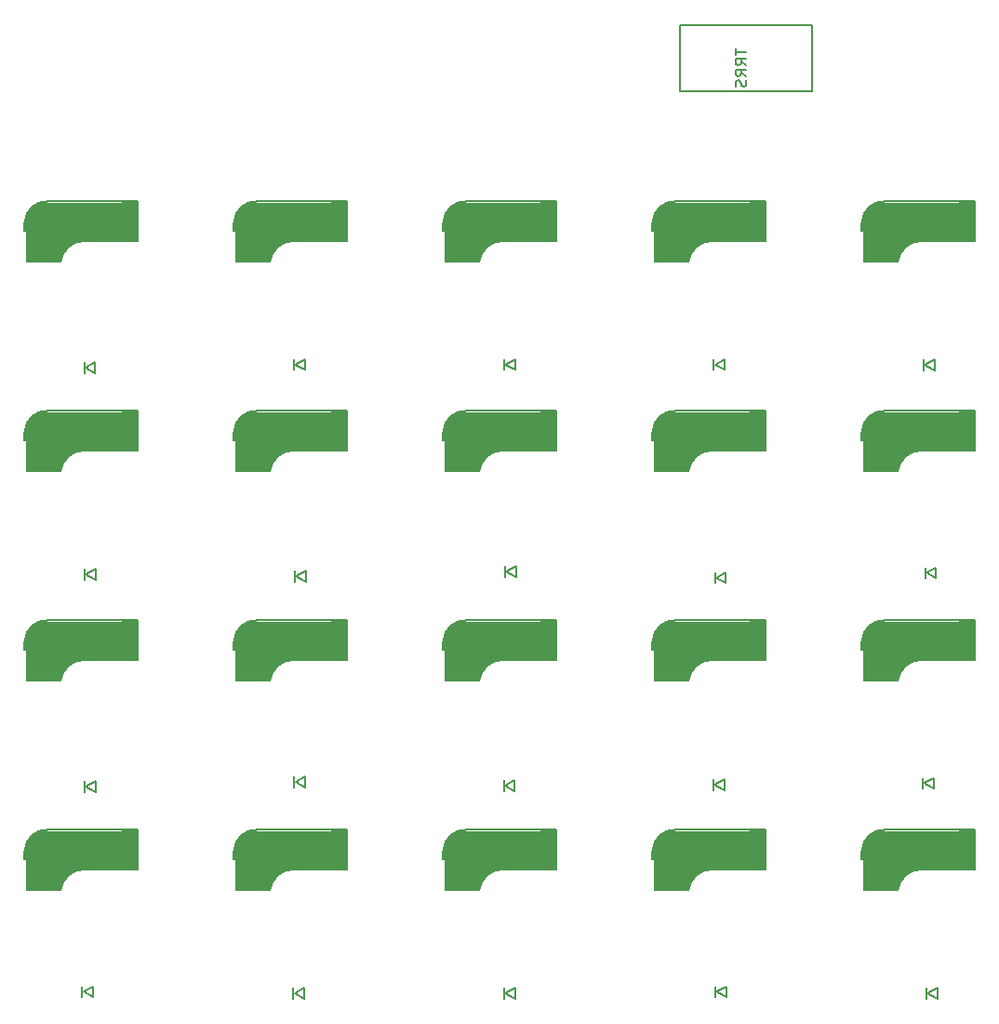
<source format=gbr>
%TF.GenerationSoftware,KiCad,Pcbnew,7.0.1-0*%
%TF.CreationDate,2023-09-06T07:02:58+09:00*%
%TF.ProjectId,jisaku20rp_right,6a697361-6b75-4323-9072-705f72696768,rev?*%
%TF.SameCoordinates,Original*%
%TF.FileFunction,Legend,Bot*%
%TF.FilePolarity,Positive*%
%FSLAX46Y46*%
G04 Gerber Fmt 4.6, Leading zero omitted, Abs format (unit mm)*
G04 Created by KiCad (PCBNEW 7.0.1-0) date 2023-09-06 07:02:58*
%MOMM*%
%LPD*%
G01*
G04 APERTURE LIST*
%ADD10C,0.150000*%
%ADD11C,0.300000*%
%ADD12C,0.500000*%
%ADD13C,0.800000*%
%ADD14C,3.000000*%
%ADD15C,3.500000*%
%ADD16C,1.000000*%
%ADD17C,0.400000*%
G04 APERTURE END LIST*
D10*
%TO.C,J1*%
X58789119Y20477404D02*
X58789119Y19905976D01*
X59789119Y20191690D02*
X58789119Y20191690D01*
X59789119Y19001214D02*
X59312928Y19334547D01*
X59789119Y19572642D02*
X58789119Y19572642D01*
X58789119Y19572642D02*
X58789119Y19191690D01*
X58789119Y19191690D02*
X58836738Y19096452D01*
X58836738Y19096452D02*
X58884357Y19048833D01*
X58884357Y19048833D02*
X58979595Y19001214D01*
X58979595Y19001214D02*
X59122452Y19001214D01*
X59122452Y19001214D02*
X59217690Y19048833D01*
X59217690Y19048833D02*
X59265309Y19096452D01*
X59265309Y19096452D02*
X59312928Y19191690D01*
X59312928Y19191690D02*
X59312928Y19572642D01*
X59789119Y18001214D02*
X59312928Y18334547D01*
X59789119Y18572642D02*
X58789119Y18572642D01*
X58789119Y18572642D02*
X58789119Y18191690D01*
X58789119Y18191690D02*
X58836738Y18096452D01*
X58836738Y18096452D02*
X58884357Y18048833D01*
X58884357Y18048833D02*
X58979595Y18001214D01*
X58979595Y18001214D02*
X59122452Y18001214D01*
X59122452Y18001214D02*
X59217690Y18048833D01*
X59217690Y18048833D02*
X59265309Y18096452D01*
X59265309Y18096452D02*
X59312928Y18191690D01*
X59312928Y18191690D02*
X59312928Y18572642D01*
X59741500Y17620261D02*
X59789119Y17477404D01*
X59789119Y17477404D02*
X59789119Y17239309D01*
X59789119Y17239309D02*
X59741500Y17144071D01*
X59741500Y17144071D02*
X59693880Y17096452D01*
X59693880Y17096452D02*
X59598642Y17048833D01*
X59598642Y17048833D02*
X59503404Y17048833D01*
X59503404Y17048833D02*
X59408166Y17096452D01*
X59408166Y17096452D02*
X59360547Y17144071D01*
X59360547Y17144071D02*
X59312928Y17239309D01*
X59312928Y17239309D02*
X59265309Y17429785D01*
X59265309Y17429785D02*
X59217690Y17525023D01*
X59217690Y17525023D02*
X59170071Y17572642D01*
X59170071Y17572642D02*
X59074833Y17620261D01*
X59074833Y17620261D02*
X58979595Y17620261D01*
X58979595Y17620261D02*
X58884357Y17572642D01*
X58884357Y17572642D02*
X58836738Y17525023D01*
X58836738Y17525023D02*
X58789119Y17429785D01*
X58789119Y17429785D02*
X58789119Y17191690D01*
X58789119Y17191690D02*
X58836738Y17048833D01*
X65740000Y22640000D02*
X65740000Y16640000D01*
X53740000Y22640000D02*
X65740000Y22640000D01*
X65740000Y16640000D02*
X53740000Y16640000D01*
X53740000Y16640000D02*
X53740000Y22640000D01*
%TO.C,SW15*%
X70300000Y-33400000D02*
X70300000Y-34150000D01*
X70300000Y-34150000D02*
X70500000Y-34150000D01*
D11*
X70400000Y-34050000D02*
X70400000Y-33400000D01*
D10*
X70550000Y-32550000D02*
X70550000Y-37000000D01*
X70550000Y-37000000D02*
X73580000Y-37000000D01*
D12*
X70750000Y-36800000D02*
X73200000Y-36800000D01*
D13*
X70900000Y-36500000D02*
X70900000Y-34700001D01*
D14*
X72030000Y-33000000D02*
X72030000Y-35240000D01*
D10*
X75800000Y-35100000D02*
X80600000Y-35100000D01*
D15*
X78800000Y-33300000D02*
X72100000Y-33300000D01*
D16*
X80100000Y-32100000D02*
X80100000Y-34600000D01*
D12*
X80400000Y-34850000D02*
X79100000Y-34800000D01*
D17*
X80450000Y-31700000D02*
X79200000Y-31700000D01*
D10*
X80580000Y-34100000D02*
X80580000Y-31850000D01*
X80600000Y-31500000D02*
X72399999Y-31500000D01*
X80600000Y-35100000D02*
X80600000Y-31500000D01*
X72399999Y-31499999D02*
G75*
G03*
X70300000Y-33400001I-100000J-1999999D01*
G01*
D16*
X75400000Y-34700000D02*
G75*
G03*
X73183682Y-36578529I-65001J-2169999D01*
G01*
D10*
X75800000Y-35100000D02*
G75*
G03*
X73583682Y-36978529I-65001J-2169999D01*
G01*
%TO.C,SW1*%
X-5900000Y4700000D02*
X-5900000Y3950000D01*
X-5900000Y3950000D02*
X-5700000Y3950000D01*
D11*
X-5800000Y4050000D02*
X-5800000Y4700000D01*
D10*
X-5650000Y5550000D02*
X-5650000Y1100000D01*
X-5650000Y1100000D02*
X-2620000Y1100000D01*
D12*
X-5450000Y1300000D02*
X-3000000Y1300000D01*
D13*
X-5300000Y1600000D02*
X-5300000Y3399999D01*
D14*
X-4170000Y5100000D02*
X-4170000Y2860000D01*
D10*
X-400000Y3000000D02*
X4400000Y3000000D01*
D15*
X2600000Y4800000D02*
X-4100000Y4800000D01*
D16*
X3900000Y6000000D02*
X3900000Y3500000D01*
D12*
X4200000Y3250000D02*
X2900000Y3300000D01*
D17*
X4250000Y6400000D02*
X3000000Y6400000D01*
D10*
X4380000Y4000000D02*
X4380000Y6250000D01*
X4400000Y6600000D02*
X-3800001Y6600000D01*
X4400000Y3000000D02*
X4400000Y6600000D01*
X-3800001Y6600001D02*
G75*
G03*
X-5900000Y4699999I-100000J-1999999D01*
G01*
D16*
X-800000Y3400000D02*
G75*
G03*
X-3016318Y1521471I-65001J-2169999D01*
G01*
D10*
X-400000Y3000000D02*
G75*
G03*
X-2616318Y1121471I-65001J-2169999D01*
G01*
%TO.C,SW14*%
X51250000Y-33400000D02*
X51250000Y-34150000D01*
X51250000Y-34150000D02*
X51450000Y-34150000D01*
D11*
X51350000Y-34050000D02*
X51350000Y-33400000D01*
D10*
X51500000Y-32550000D02*
X51500000Y-37000000D01*
X51500000Y-37000000D02*
X54530000Y-37000000D01*
D12*
X51700000Y-36800000D02*
X54150000Y-36800000D01*
D13*
X51850000Y-36500000D02*
X51850000Y-34700001D01*
D14*
X52980000Y-33000000D02*
X52980000Y-35240000D01*
D10*
X56750000Y-35100000D02*
X61550000Y-35100000D01*
D15*
X59750000Y-33300000D02*
X53050000Y-33300000D01*
D16*
X61050000Y-32100000D02*
X61050000Y-34600000D01*
D12*
X61350000Y-34850000D02*
X60050000Y-34800000D01*
D17*
X61400000Y-31700000D02*
X60150000Y-31700000D01*
D10*
X61530000Y-34100000D02*
X61530000Y-31850000D01*
X61550000Y-31500000D02*
X53349999Y-31500000D01*
X61550000Y-35100000D02*
X61550000Y-31500000D01*
X53349999Y-31499999D02*
G75*
G03*
X51250000Y-33400001I-100000J-1999999D01*
G01*
D16*
X56350000Y-34700000D02*
G75*
G03*
X54133682Y-36578529I-65001J-2169999D01*
G01*
D10*
X56750000Y-35100000D02*
G75*
G03*
X54533682Y-36978529I-65001J-2169999D01*
G01*
%TO.C,SW2*%
X13150000Y4700000D02*
X13150000Y3950000D01*
X13150000Y3950000D02*
X13350000Y3950000D01*
D11*
X13250000Y4050000D02*
X13250000Y4700000D01*
D10*
X13400000Y5550000D02*
X13400000Y1100000D01*
X13400000Y1100000D02*
X16430000Y1100000D01*
D12*
X13600000Y1300000D02*
X16050000Y1300000D01*
D13*
X13750000Y1600000D02*
X13750000Y3399999D01*
D14*
X14880000Y5100000D02*
X14880000Y2860000D01*
D10*
X18650000Y3000000D02*
X23450000Y3000000D01*
D15*
X21650000Y4800000D02*
X14950000Y4800000D01*
D16*
X22950000Y6000000D02*
X22950000Y3500000D01*
D12*
X23250000Y3250000D02*
X21950000Y3300000D01*
D17*
X23300000Y6400000D02*
X22050000Y6400000D01*
D10*
X23430000Y4000000D02*
X23430000Y6250000D01*
X23450000Y6600000D02*
X15249999Y6600000D01*
X23450000Y3000000D02*
X23450000Y6600000D01*
X15249999Y6600001D02*
G75*
G03*
X13150000Y4699999I-100000J-1999999D01*
G01*
D16*
X18250000Y3400000D02*
G75*
G03*
X16033682Y1521471I-65001J-2169999D01*
G01*
D10*
X18650000Y3000000D02*
G75*
G03*
X16433682Y1121471I-65001J-2169999D01*
G01*
%TO.C,SW17*%
X13150000Y-52450000D02*
X13150000Y-53200000D01*
X13150000Y-53200000D02*
X13350000Y-53200000D01*
D11*
X13250000Y-53100000D02*
X13250000Y-52450000D01*
D10*
X13400000Y-51600000D02*
X13400000Y-56050000D01*
X13400000Y-56050000D02*
X16430000Y-56050000D01*
D12*
X13600000Y-55850000D02*
X16050000Y-55850000D01*
D13*
X13750000Y-55550000D02*
X13750000Y-53750001D01*
D14*
X14880000Y-52050000D02*
X14880000Y-54290000D01*
D10*
X18650000Y-54150000D02*
X23450000Y-54150000D01*
D15*
X21650000Y-52350000D02*
X14950000Y-52350000D01*
D16*
X22950000Y-51150000D02*
X22950000Y-53650000D01*
D12*
X23250000Y-53900000D02*
X21950000Y-53850000D01*
D17*
X23300000Y-50750000D02*
X22050000Y-50750000D01*
D10*
X23430000Y-53150000D02*
X23430000Y-50900000D01*
X23450000Y-50550000D02*
X15249999Y-50550000D01*
X23450000Y-54150000D02*
X23450000Y-50550000D01*
X15249999Y-50549999D02*
G75*
G03*
X13150000Y-52450001I-100000J-1999999D01*
G01*
D16*
X18250000Y-53750000D02*
G75*
G03*
X16033682Y-55628529I-65001J-2169999D01*
G01*
D10*
X18650000Y-54150000D02*
G75*
G03*
X16433682Y-56028529I-65001J-2169999D01*
G01*
%TO.C,SW5*%
X70300000Y4700000D02*
X70300000Y3950000D01*
X70300000Y3950000D02*
X70500000Y3950000D01*
D11*
X70400000Y4050000D02*
X70400000Y4700000D01*
D10*
X70550000Y5550000D02*
X70550000Y1100000D01*
X70550000Y1100000D02*
X73580000Y1100000D01*
D12*
X70750000Y1300000D02*
X73200000Y1300000D01*
D13*
X70900000Y1600000D02*
X70900000Y3399999D01*
D14*
X72030000Y5100000D02*
X72030000Y2860000D01*
D10*
X75800000Y3000000D02*
X80600000Y3000000D01*
D15*
X78800000Y4800000D02*
X72100000Y4800000D01*
D16*
X80100000Y6000000D02*
X80100000Y3500000D01*
D12*
X80400000Y3250000D02*
X79100000Y3300000D01*
D17*
X80450000Y6400000D02*
X79200000Y6400000D01*
D10*
X80580000Y4000000D02*
X80580000Y6250000D01*
X80600000Y6600000D02*
X72399999Y6600000D01*
X80600000Y3000000D02*
X80600000Y6600000D01*
X72399999Y6600001D02*
G75*
G03*
X70300000Y4699999I-100000J-1999999D01*
G01*
D16*
X75400000Y3400000D02*
G75*
G03*
X73183682Y1521471I-65001J-2169999D01*
G01*
D10*
X75800000Y3000000D02*
G75*
G03*
X73583682Y1121471I-65001J-2169999D01*
G01*
%TO.C,SW7*%
X13150000Y-14350000D02*
X13150000Y-15100000D01*
X13150000Y-15100000D02*
X13350000Y-15100000D01*
D11*
X13250000Y-15000000D02*
X13250000Y-14350000D01*
D10*
X13400000Y-13500000D02*
X13400000Y-17950000D01*
X13400000Y-17950000D02*
X16430000Y-17950000D01*
D12*
X13600000Y-17750000D02*
X16050000Y-17750000D01*
D13*
X13750000Y-17450000D02*
X13750000Y-15650001D01*
D14*
X14880000Y-13950000D02*
X14880000Y-16190000D01*
D10*
X18650000Y-16050000D02*
X23450000Y-16050000D01*
D15*
X21650000Y-14250000D02*
X14950000Y-14250000D01*
D16*
X22950000Y-13050000D02*
X22950000Y-15550000D01*
D12*
X23250000Y-15800000D02*
X21950000Y-15750000D01*
D17*
X23300000Y-12650000D02*
X22050000Y-12650000D01*
D10*
X23430000Y-15050000D02*
X23430000Y-12800000D01*
X23450000Y-12450000D02*
X15249999Y-12450000D01*
X23450000Y-16050000D02*
X23450000Y-12450000D01*
X15249999Y-12449999D02*
G75*
G03*
X13150000Y-14350001I-100000J-1999999D01*
G01*
D16*
X18250000Y-15650000D02*
G75*
G03*
X16033682Y-17528529I-65001J-2169999D01*
G01*
D10*
X18650000Y-16050000D02*
G75*
G03*
X16433682Y-17928529I-65001J-2169999D01*
G01*
%TO.C,SW20*%
X70300000Y-52450000D02*
X70300000Y-53200000D01*
X70300000Y-53200000D02*
X70500000Y-53200000D01*
D11*
X70400000Y-53100000D02*
X70400000Y-52450000D01*
D10*
X70550000Y-51600000D02*
X70550000Y-56050000D01*
X70550000Y-56050000D02*
X73580000Y-56050000D01*
D12*
X70750000Y-55850000D02*
X73200000Y-55850000D01*
D13*
X70900000Y-55550000D02*
X70900000Y-53750001D01*
D14*
X72030000Y-52050000D02*
X72030000Y-54290000D01*
D10*
X75800000Y-54150000D02*
X80600000Y-54150000D01*
D15*
X78800000Y-52350000D02*
X72100000Y-52350000D01*
D16*
X80100000Y-51150000D02*
X80100000Y-53650000D01*
D12*
X80400000Y-53900000D02*
X79100000Y-53850000D01*
D17*
X80450000Y-50750000D02*
X79200000Y-50750000D01*
D10*
X80580000Y-53150000D02*
X80580000Y-50900000D01*
X80600000Y-50550000D02*
X72399999Y-50550000D01*
X80600000Y-54150000D02*
X80600000Y-50550000D01*
X72399999Y-50549999D02*
G75*
G03*
X70300000Y-52450001I-100000J-1999999D01*
G01*
D16*
X75400000Y-53750000D02*
G75*
G03*
X73183682Y-55628529I-65001J-2169999D01*
G01*
D10*
X75800000Y-54150000D02*
G75*
G03*
X73583682Y-56028529I-65001J-2169999D01*
G01*
%TO.C,SW8*%
X32200000Y-14350000D02*
X32200000Y-15100000D01*
X32200000Y-15100000D02*
X32400000Y-15100000D01*
D11*
X32300000Y-15000000D02*
X32300000Y-14350000D01*
D10*
X32450000Y-13500000D02*
X32450000Y-17950000D01*
X32450000Y-17950000D02*
X35480000Y-17950000D01*
D12*
X32650000Y-17750000D02*
X35100000Y-17750000D01*
D13*
X32800000Y-17450000D02*
X32800000Y-15650001D01*
D14*
X33930000Y-13950000D02*
X33930000Y-16190000D01*
D10*
X37700000Y-16050000D02*
X42500000Y-16050000D01*
D15*
X40700000Y-14250000D02*
X34000000Y-14250000D01*
D16*
X42000000Y-13050000D02*
X42000000Y-15550000D01*
D12*
X42300000Y-15800000D02*
X41000000Y-15750000D01*
D17*
X42350000Y-12650000D02*
X41100000Y-12650000D01*
D10*
X42480000Y-15050000D02*
X42480000Y-12800000D01*
X42500000Y-12450000D02*
X34299999Y-12450000D01*
X42500000Y-16050000D02*
X42500000Y-12450000D01*
X34299999Y-12449999D02*
G75*
G03*
X32200000Y-14350001I-100000J-1999999D01*
G01*
D16*
X37300000Y-15650000D02*
G75*
G03*
X35083682Y-17528529I-65001J-2169999D01*
G01*
D10*
X37700000Y-16050000D02*
G75*
G03*
X35483682Y-17928529I-65001J-2169999D01*
G01*
%TO.C,SW10*%
X70300000Y-14350000D02*
X70300000Y-15100000D01*
X70300000Y-15100000D02*
X70500000Y-15100000D01*
D11*
X70400000Y-15000000D02*
X70400000Y-14350000D01*
D10*
X70550000Y-13500000D02*
X70550000Y-17950000D01*
X70550000Y-17950000D02*
X73580000Y-17950000D01*
D12*
X70750000Y-17750000D02*
X73200000Y-17750000D01*
D13*
X70900000Y-17450000D02*
X70900000Y-15650001D01*
D14*
X72030000Y-13950000D02*
X72030000Y-16190000D01*
D10*
X75800000Y-16050000D02*
X80600000Y-16050000D01*
D15*
X78800000Y-14250000D02*
X72100000Y-14250000D01*
D16*
X80100000Y-13050000D02*
X80100000Y-15550000D01*
D12*
X80400000Y-15800000D02*
X79100000Y-15750000D01*
D17*
X80450000Y-12650000D02*
X79200000Y-12650000D01*
D10*
X80580000Y-15050000D02*
X80580000Y-12800000D01*
X80600000Y-12450000D02*
X72399999Y-12450000D01*
X80600000Y-16050000D02*
X80600000Y-12450000D01*
X72399999Y-12449999D02*
G75*
G03*
X70300000Y-14350001I-100000J-1999999D01*
G01*
D16*
X75400000Y-15650000D02*
G75*
G03*
X73183682Y-17528529I-65001J-2169999D01*
G01*
D10*
X75800000Y-16050000D02*
G75*
G03*
X73583682Y-17928529I-65001J-2169999D01*
G01*
%TO.C,SW3*%
X32200000Y4700000D02*
X32200000Y3950000D01*
X32200000Y3950000D02*
X32400000Y3950000D01*
D11*
X32300000Y4050000D02*
X32300000Y4700000D01*
D10*
X32450000Y5550000D02*
X32450000Y1100000D01*
X32450000Y1100000D02*
X35480000Y1100000D01*
D12*
X32650000Y1300000D02*
X35100000Y1300000D01*
D13*
X32800000Y1600000D02*
X32800000Y3399999D01*
D14*
X33930000Y5100000D02*
X33930000Y2860000D01*
D10*
X37700000Y3000000D02*
X42500000Y3000000D01*
D15*
X40700000Y4800000D02*
X34000000Y4800000D01*
D16*
X42000000Y6000000D02*
X42000000Y3500000D01*
D12*
X42300000Y3250000D02*
X41000000Y3300000D01*
D17*
X42350000Y6400000D02*
X41100000Y6400000D01*
D10*
X42480000Y4000000D02*
X42480000Y6250000D01*
X42500000Y6600000D02*
X34299999Y6600000D01*
X42500000Y3000000D02*
X42500000Y6600000D01*
X34299999Y6600001D02*
G75*
G03*
X32200000Y4699999I-100000J-1999999D01*
G01*
D16*
X37300000Y3400000D02*
G75*
G03*
X35083682Y1521471I-65001J-2169999D01*
G01*
D10*
X37700000Y3000000D02*
G75*
G03*
X35483682Y1121471I-65001J-2169999D01*
G01*
%TO.C,SW16*%
X-5900000Y-52450000D02*
X-5900000Y-53200000D01*
X-5900000Y-53200000D02*
X-5700000Y-53200000D01*
D11*
X-5800000Y-53100000D02*
X-5800000Y-52450000D01*
D10*
X-5650000Y-51600000D02*
X-5650000Y-56050000D01*
X-5650000Y-56050000D02*
X-2620000Y-56050000D01*
D12*
X-5450000Y-55850000D02*
X-3000000Y-55850000D01*
D13*
X-5300000Y-55550000D02*
X-5300000Y-53750001D01*
D14*
X-4170000Y-52050000D02*
X-4170000Y-54290000D01*
D10*
X-400000Y-54150000D02*
X4400000Y-54150000D01*
D15*
X2600000Y-52350000D02*
X-4100000Y-52350000D01*
D16*
X3900000Y-51150000D02*
X3900000Y-53650000D01*
D12*
X4200000Y-53900000D02*
X2900000Y-53850000D01*
D17*
X4250000Y-50750000D02*
X3000000Y-50750000D01*
D10*
X4380000Y-53150000D02*
X4380000Y-50900000D01*
X4400000Y-50550000D02*
X-3800001Y-50550000D01*
X4400000Y-54150000D02*
X4400000Y-50550000D01*
X-3800001Y-50549999D02*
G75*
G03*
X-5900000Y-52450001I-100000J-1999999D01*
G01*
D16*
X-800000Y-53750000D02*
G75*
G03*
X-3016318Y-55628529I-65001J-2169999D01*
G01*
D10*
X-400000Y-54150000D02*
G75*
G03*
X-2616318Y-56028529I-65001J-2169999D01*
G01*
%TO.C,SW18*%
X32200000Y-52450000D02*
X32200000Y-53200000D01*
X32200000Y-53200000D02*
X32400000Y-53200000D01*
D11*
X32300000Y-53100000D02*
X32300000Y-52450000D01*
D10*
X32450000Y-51600000D02*
X32450000Y-56050000D01*
X32450000Y-56050000D02*
X35480000Y-56050000D01*
D12*
X32650000Y-55850000D02*
X35100000Y-55850000D01*
D13*
X32800000Y-55550000D02*
X32800000Y-53750001D01*
D14*
X33930000Y-52050000D02*
X33930000Y-54290000D01*
D10*
X37700000Y-54150000D02*
X42500000Y-54150000D01*
D15*
X40700000Y-52350000D02*
X34000000Y-52350000D01*
D16*
X42000000Y-51150000D02*
X42000000Y-53650000D01*
D12*
X42300000Y-53900000D02*
X41000000Y-53850000D01*
D17*
X42350000Y-50750000D02*
X41100000Y-50750000D01*
D10*
X42480000Y-53150000D02*
X42480000Y-50900000D01*
X42500000Y-50550000D02*
X34299999Y-50550000D01*
X42500000Y-54150000D02*
X42500000Y-50550000D01*
X34299999Y-50549999D02*
G75*
G03*
X32200000Y-52450001I-100000J-1999999D01*
G01*
D16*
X37300000Y-53750000D02*
G75*
G03*
X35083682Y-55628529I-65001J-2169999D01*
G01*
D10*
X37700000Y-54150000D02*
G75*
G03*
X35483682Y-56028529I-65001J-2169999D01*
G01*
%TO.C,SW12*%
X13150000Y-33400000D02*
X13150000Y-34150000D01*
X13150000Y-34150000D02*
X13350000Y-34150000D01*
D11*
X13250000Y-34050000D02*
X13250000Y-33400000D01*
D10*
X13400000Y-32550000D02*
X13400000Y-37000000D01*
X13400000Y-37000000D02*
X16430000Y-37000000D01*
D12*
X13600000Y-36800000D02*
X16050000Y-36800000D01*
D13*
X13750000Y-36500000D02*
X13750000Y-34700001D01*
D14*
X14880000Y-33000000D02*
X14880000Y-35240000D01*
D10*
X18650000Y-35100000D02*
X23450000Y-35100000D01*
D15*
X21650000Y-33300000D02*
X14950000Y-33300000D01*
D16*
X22950000Y-32100000D02*
X22950000Y-34600000D01*
D12*
X23250000Y-34850000D02*
X21950000Y-34800000D01*
D17*
X23300000Y-31700000D02*
X22050000Y-31700000D01*
D10*
X23430000Y-34100000D02*
X23430000Y-31850000D01*
X23450000Y-31500000D02*
X15249999Y-31500000D01*
X23450000Y-35100000D02*
X23450000Y-31500000D01*
X15249999Y-31499999D02*
G75*
G03*
X13150000Y-33400001I-100000J-1999999D01*
G01*
D16*
X18250000Y-34700000D02*
G75*
G03*
X16033682Y-36578529I-65001J-2169999D01*
G01*
D10*
X18650000Y-35100000D02*
G75*
G03*
X16433682Y-36978529I-65001J-2169999D01*
G01*
%TO.C,SW9*%
X51250000Y-14350000D02*
X51250000Y-15100000D01*
X51250000Y-15100000D02*
X51450000Y-15100000D01*
D11*
X51350000Y-15000000D02*
X51350000Y-14350000D01*
D10*
X51500000Y-13500000D02*
X51500000Y-17950000D01*
X51500000Y-17950000D02*
X54530000Y-17950000D01*
D12*
X51700000Y-17750000D02*
X54150000Y-17750000D01*
D13*
X51850000Y-17450000D02*
X51850000Y-15650001D01*
D14*
X52980000Y-13950000D02*
X52980000Y-16190000D01*
D10*
X56750000Y-16050000D02*
X61550000Y-16050000D01*
D15*
X59750000Y-14250000D02*
X53050000Y-14250000D01*
D16*
X61050000Y-13050000D02*
X61050000Y-15550000D01*
D12*
X61350000Y-15800000D02*
X60050000Y-15750000D01*
D17*
X61400000Y-12650000D02*
X60150000Y-12650000D01*
D10*
X61530000Y-15050000D02*
X61530000Y-12800000D01*
X61550000Y-12450000D02*
X53349999Y-12450000D01*
X61550000Y-16050000D02*
X61550000Y-12450000D01*
X53349999Y-12449999D02*
G75*
G03*
X51250000Y-14350001I-100000J-1999999D01*
G01*
D16*
X56350000Y-15650000D02*
G75*
G03*
X54133682Y-17528529I-65001J-2169999D01*
G01*
D10*
X56750000Y-16050000D02*
G75*
G03*
X54533682Y-17928529I-65001J-2169999D01*
G01*
%TO.C,SW11*%
X-5900000Y-33400000D02*
X-5900000Y-34150000D01*
X-5900000Y-34150000D02*
X-5700000Y-34150000D01*
D11*
X-5800000Y-34050000D02*
X-5800000Y-33400000D01*
D10*
X-5650000Y-32550000D02*
X-5650000Y-37000000D01*
X-5650000Y-37000000D02*
X-2620000Y-37000000D01*
D12*
X-5450000Y-36800000D02*
X-3000000Y-36800000D01*
D13*
X-5300000Y-36500000D02*
X-5300000Y-34700001D01*
D14*
X-4170000Y-33000000D02*
X-4170000Y-35240000D01*
D10*
X-400000Y-35100000D02*
X4400000Y-35100000D01*
D15*
X2600000Y-33300000D02*
X-4100000Y-33300000D01*
D16*
X3900000Y-32100000D02*
X3900000Y-34600000D01*
D12*
X4200000Y-34850000D02*
X2900000Y-34800000D01*
D17*
X4250000Y-31700000D02*
X3000000Y-31700000D01*
D10*
X4380000Y-34100000D02*
X4380000Y-31850000D01*
X4400000Y-31500000D02*
X-3800001Y-31500000D01*
X4400000Y-35100000D02*
X4400000Y-31500000D01*
X-3800001Y-31499999D02*
G75*
G03*
X-5900000Y-33400001I-100000J-1999999D01*
G01*
D16*
X-800000Y-34700000D02*
G75*
G03*
X-3016318Y-36578529I-65001J-2169999D01*
G01*
D10*
X-400000Y-35100000D02*
G75*
G03*
X-2616318Y-36978529I-65001J-2169999D01*
G01*
%TO.C,SW6*%
X-5900000Y-14350000D02*
X-5900000Y-15100000D01*
X-5900000Y-15100000D02*
X-5700000Y-15100000D01*
D11*
X-5800000Y-15000000D02*
X-5800000Y-14350000D01*
D10*
X-5650000Y-13500000D02*
X-5650000Y-17950000D01*
X-5650000Y-17950000D02*
X-2620000Y-17950000D01*
D12*
X-5450000Y-17750000D02*
X-3000000Y-17750000D01*
D13*
X-5300000Y-17450000D02*
X-5300000Y-15650001D01*
D14*
X-4170000Y-13950000D02*
X-4170000Y-16190000D01*
D10*
X-400000Y-16050000D02*
X4400000Y-16050000D01*
D15*
X2600000Y-14250000D02*
X-4100000Y-14250000D01*
D16*
X3900000Y-13050000D02*
X3900000Y-15550000D01*
D12*
X4200000Y-15800000D02*
X2900000Y-15750000D01*
D17*
X4250000Y-12650000D02*
X3000000Y-12650000D01*
D10*
X4380000Y-15050000D02*
X4380000Y-12800000D01*
X4400000Y-12450000D02*
X-3800001Y-12450000D01*
X4400000Y-16050000D02*
X4400000Y-12450000D01*
X-3800001Y-12449999D02*
G75*
G03*
X-5900000Y-14350001I-100000J-1999999D01*
G01*
D16*
X-800000Y-15650000D02*
G75*
G03*
X-3016318Y-17528529I-65001J-2169999D01*
G01*
D10*
X-400000Y-16050000D02*
G75*
G03*
X-2616318Y-17928529I-65001J-2169999D01*
G01*
%TO.C,SW4*%
X51250000Y4700000D02*
X51250000Y3950000D01*
X51250000Y3950000D02*
X51450000Y3950000D01*
D11*
X51350000Y4050000D02*
X51350000Y4700000D01*
D10*
X51500000Y5550000D02*
X51500000Y1100000D01*
X51500000Y1100000D02*
X54530000Y1100000D01*
D12*
X51700000Y1300000D02*
X54150000Y1300000D01*
D13*
X51850000Y1600000D02*
X51850000Y3399999D01*
D14*
X52980000Y5100000D02*
X52980000Y2860000D01*
D10*
X56750000Y3000000D02*
X61550000Y3000000D01*
D15*
X59750000Y4800000D02*
X53050000Y4800000D01*
D16*
X61050000Y6000000D02*
X61050000Y3500000D01*
D12*
X61350000Y3250000D02*
X60050000Y3300000D01*
D17*
X61400000Y6400000D02*
X60150000Y6400000D01*
D10*
X61530000Y4000000D02*
X61530000Y6250000D01*
X61550000Y6600000D02*
X53349999Y6600000D01*
X61550000Y3000000D02*
X61550000Y6600000D01*
X53349999Y6600001D02*
G75*
G03*
X51250000Y4699999I-100000J-1999999D01*
G01*
D16*
X56350000Y3400000D02*
G75*
G03*
X54133682Y1521471I-65001J-2169999D01*
G01*
D10*
X56750000Y3000000D02*
G75*
G03*
X54533682Y1121471I-65001J-2169999D01*
G01*
%TO.C,SW13*%
X32200000Y-33400000D02*
X32200000Y-34150000D01*
X32200000Y-34150000D02*
X32400000Y-34150000D01*
D11*
X32300000Y-34050000D02*
X32300000Y-33400000D01*
D10*
X32450000Y-32550000D02*
X32450000Y-37000000D01*
X32450000Y-37000000D02*
X35480000Y-37000000D01*
D12*
X32650000Y-36800000D02*
X35100000Y-36800000D01*
D13*
X32800000Y-36500000D02*
X32800000Y-34700001D01*
D14*
X33930000Y-33000000D02*
X33930000Y-35240000D01*
D10*
X37700000Y-35100000D02*
X42500000Y-35100000D01*
D15*
X40700000Y-33300000D02*
X34000000Y-33300000D01*
D16*
X42000000Y-32100000D02*
X42000000Y-34600000D01*
D12*
X42300000Y-34850000D02*
X41000000Y-34800000D01*
D17*
X42350000Y-31700000D02*
X41100000Y-31700000D01*
D10*
X42480000Y-34100000D02*
X42480000Y-31850000D01*
X42500000Y-31500000D02*
X34299999Y-31500000D01*
X42500000Y-35100000D02*
X42500000Y-31500000D01*
X34299999Y-31499999D02*
G75*
G03*
X32200000Y-33400001I-100000J-1999999D01*
G01*
D16*
X37300000Y-34700000D02*
G75*
G03*
X35083682Y-36578529I-65001J-2169999D01*
G01*
D10*
X37700000Y-35100000D02*
G75*
G03*
X35483682Y-36978529I-65001J-2169999D01*
G01*
%TO.C,SW19*%
X51250000Y-52450000D02*
X51250000Y-53200000D01*
X51250000Y-53200000D02*
X51450000Y-53200000D01*
D11*
X51350000Y-53100000D02*
X51350000Y-52450000D01*
D10*
X51500000Y-51600000D02*
X51500000Y-56050000D01*
X51500000Y-56050000D02*
X54530000Y-56050000D01*
D12*
X51700000Y-55850000D02*
X54150000Y-55850000D01*
D13*
X51850000Y-55550000D02*
X51850000Y-53750001D01*
D14*
X52980000Y-52050000D02*
X52980000Y-54290000D01*
D10*
X56750000Y-54150000D02*
X61550000Y-54150000D01*
D15*
X59750000Y-52350000D02*
X53050000Y-52350000D01*
D16*
X61050000Y-51150000D02*
X61050000Y-53650000D01*
D12*
X61350000Y-53900000D02*
X60050000Y-53850000D01*
D17*
X61400000Y-50750000D02*
X60150000Y-50750000D01*
D10*
X61530000Y-53150000D02*
X61530000Y-50900000D01*
X61550000Y-50550000D02*
X53349999Y-50550000D01*
X61550000Y-54150000D02*
X61550000Y-50550000D01*
X53349999Y-50549999D02*
G75*
G03*
X51250000Y-52450001I-100000J-1999999D01*
G01*
D16*
X56350000Y-53750000D02*
G75*
G03*
X54133682Y-55628529I-65001J-2169999D01*
G01*
D10*
X56750000Y-54150000D02*
G75*
G03*
X54533682Y-56028529I-65001J-2169999D01*
G01*
%TO.C,D15*%
X75860000Y-46832500D02*
X75860000Y-45832500D01*
X75960000Y-46332500D02*
X76860000Y-46832500D01*
X76860000Y-45832500D02*
X75960000Y-46332500D01*
X76860000Y-46832500D02*
X76860000Y-45832500D01*
%TO.C,D11*%
X-430000Y-47140000D02*
X-430000Y-46140000D01*
X-330000Y-46640000D02*
X570000Y-47140000D01*
X570000Y-46140000D02*
X-330000Y-46640000D01*
X570000Y-47140000D02*
X570000Y-46140000D01*
%TO.C,D4*%
X56830000Y-8740000D02*
X56830000Y-7740000D01*
X56930000Y-8240000D02*
X57830000Y-8740000D01*
X57830000Y-7740000D02*
X56930000Y-8240000D01*
X57830000Y-8740000D02*
X57830000Y-7740000D01*
%TO.C,D6*%
X-450000Y-27840000D02*
X-450000Y-26840000D01*
X-350000Y-27340000D02*
X550000Y-27840000D01*
X550000Y-26840000D02*
X-350000Y-27340000D01*
X550000Y-27840000D02*
X550000Y-26840000D01*
%TO.C,D9*%
X56940000Y-28130000D02*
X56940000Y-27130000D01*
X57040000Y-27630000D02*
X57940000Y-28130000D01*
X57940000Y-27130000D02*
X57040000Y-27630000D01*
X57940000Y-28130000D02*
X57940000Y-27130000D01*
%TO.C,D8*%
X37810000Y-27550000D02*
X37810000Y-26550000D01*
X37910000Y-27050000D02*
X38810000Y-27550000D01*
X38810000Y-26550000D02*
X37910000Y-27050000D01*
X38810000Y-27550000D02*
X38810000Y-26550000D01*
%TO.C,D20*%
X76195000Y-65930000D02*
X76195000Y-64930000D01*
X76295000Y-65430000D02*
X77195000Y-65930000D01*
X77195000Y-64930000D02*
X76295000Y-65430000D01*
X77195000Y-65930000D02*
X77195000Y-64930000D01*
%TO.C,D17*%
X18561250Y-65930000D02*
X18561250Y-64930000D01*
X18661250Y-65430000D02*
X19561250Y-65930000D01*
X19561250Y-64930000D02*
X18661250Y-65430000D01*
X19561250Y-65930000D02*
X19561250Y-64930000D01*
%TO.C,D12*%
X18642500Y-46730000D02*
X18642500Y-45730000D01*
X18742500Y-46230000D02*
X19642500Y-46730000D01*
X19642500Y-45730000D02*
X18742500Y-46230000D01*
X19642500Y-46730000D02*
X19642500Y-45730000D01*
%TO.C,D10*%
X76070000Y-27695000D02*
X76070000Y-26695000D01*
X76170000Y-27195000D02*
X77070000Y-27695000D01*
X77070000Y-26695000D02*
X76170000Y-27195000D01*
X77070000Y-27695000D02*
X77070000Y-26695000D01*
%TO.C,D5*%
X75930000Y-8800000D02*
X75930000Y-7800000D01*
X76030000Y-8300000D02*
X76930000Y-8800000D01*
X76930000Y-7800000D02*
X76030000Y-8300000D01*
X76930000Y-8800000D02*
X76930000Y-7800000D01*
%TO.C,D13*%
X37715000Y-47037500D02*
X37715000Y-46037500D01*
X37815000Y-46537500D02*
X38715000Y-47037500D01*
X38715000Y-46037500D02*
X37815000Y-46537500D01*
X38715000Y-47037500D02*
X38715000Y-46037500D01*
%TO.C,D1*%
X-470000Y-9010000D02*
X-470000Y-8010000D01*
X-370000Y-8510000D02*
X530000Y-9010000D01*
X530000Y-8010000D02*
X-370000Y-8510000D01*
X530000Y-9010000D02*
X530000Y-8010000D01*
%TO.C,D14*%
X56787500Y-46935000D02*
X56787500Y-45935000D01*
X56887500Y-46435000D02*
X57787500Y-46935000D01*
X57787500Y-45935000D02*
X56887500Y-46435000D01*
X57787500Y-46935000D02*
X57787500Y-45935000D01*
%TO.C,D7*%
X18680000Y-27985000D02*
X18680000Y-26985000D01*
X18780000Y-27485000D02*
X19680000Y-27985000D01*
X19680000Y-26985000D02*
X18780000Y-27485000D01*
X19680000Y-27985000D02*
X19680000Y-26985000D01*
%TO.C,D3*%
X37730000Y-8740000D02*
X37730000Y-7740000D01*
X37830000Y-8240000D02*
X38730000Y-8740000D01*
X38730000Y-7740000D02*
X37830000Y-8240000D01*
X38730000Y-8740000D02*
X38730000Y-7740000D01*
%TO.C,D19*%
X56983750Y-65800000D02*
X56983750Y-64800000D01*
X57083750Y-65300000D02*
X57983750Y-65800000D01*
X57983750Y-64800000D02*
X57083750Y-65300000D01*
X57983750Y-65800000D02*
X57983750Y-64800000D01*
%TO.C,D18*%
X37772500Y-65930000D02*
X37772500Y-64930000D01*
X37872500Y-65430000D02*
X38772500Y-65930000D01*
X38772500Y-64930000D02*
X37872500Y-65430000D01*
X38772500Y-65930000D02*
X38772500Y-64930000D01*
%TO.C,D16*%
X-650000Y-65800000D02*
X-650000Y-64800000D01*
X-550000Y-65300000D02*
X350000Y-65800000D01*
X350000Y-64800000D02*
X-550000Y-65300000D01*
X350000Y-65800000D02*
X350000Y-64800000D01*
%TO.C,D2*%
X18630000Y-8740000D02*
X18630000Y-7740000D01*
X18730000Y-8240000D02*
X19630000Y-8740000D01*
X19630000Y-7740000D02*
X18730000Y-8240000D01*
X19630000Y-8740000D02*
X19630000Y-7740000D01*
%TD*%
M02*

</source>
